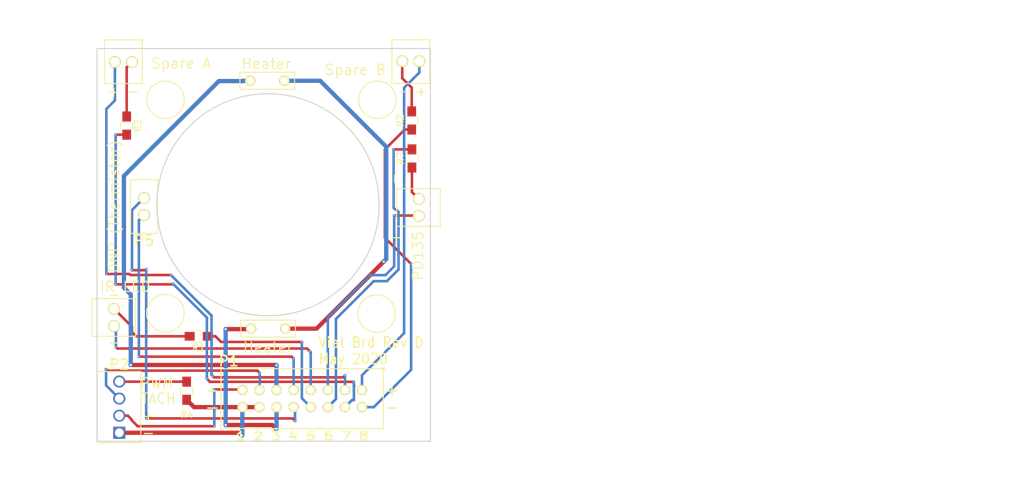
<source format=kicad_pcb>
(kicad_pcb (version 4) (host pcbnew 4.0.7)

  (general
    (links 23)
    (no_connects 23)
    (area 124.384999 49.454999 174.065001 108.025001)
    (thickness 1.6)
    (drawings 36)
    (tracks 184)
    (zones 0)
    (modules 18)
    (nets 22)
  )

  (page A4)
  (layers
    (0 F.Cu signal)
    (31 B.Cu signal)
    (32 B.Adhes user hide)
    (33 F.Adhes user)
    (34 B.Paste user hide)
    (35 F.Paste user hide)
    (36 B.SilkS user hide)
    (37 F.SilkS user)
    (38 B.Mask user hide)
    (39 F.Mask user hide)
    (40 Dwgs.User user)
    (41 Cmts.User user hide)
    (42 Eco1.User user hide)
    (43 Eco2.User user hide)
    (44 Edge.Cuts user)
    (45 Margin user hide)
    (46 B.CrtYd user hide)
    (47 F.CrtYd user hide)
    (48 B.Fab user hide)
    (49 F.Fab user hide)
  )

  (setup
    (last_trace_width 0.381)
    (user_trace_width 0.381)
    (user_trace_width 0.635)
    (trace_clearance 0.254)
    (zone_clearance 0.508)
    (zone_45_only no)
    (trace_min 0.2032)
    (segment_width 0.2)
    (edge_width 0.15)
    (via_size 0.381)
    (via_drill 0.1524)
    (via_min_size 0.381)
    (via_min_drill 0.1524)
    (user_via 0.4064 0.1524)
    (user_via 0.635 0.3048)
    (user_via 3.81 3.199994)
    (uvia_size 0.3)
    (uvia_drill 0.1)
    (uvias_allowed no)
    (uvia_min_size 0)
    (uvia_min_drill 0)
    (pcb_text_width 0.1778)
    (pcb_text_size 1.524 1.524)
    (mod_edge_width 0.15)
    (mod_text_size 1.524 1.524)
    (mod_text_width 0.1778)
    (pad_size 3.199994 3.199994)
    (pad_drill 3.199994)
    (pad_to_mask_clearance 0.2)
    (aux_axis_origin 127 107.95)
    (visible_elements FFFFFF6B)
    (pcbplotparams
      (layerselection 0x001e0_80000001)
      (usegerberextensions false)
      (excludeedgelayer false)
      (linewidth 0.100000)
      (plotframeref true)
      (viasonmask false)
      (mode 1)
      (useauxorigin false)
      (hpglpennumber 1)
      (hpglpenspeed 20)
      (hpglpendiameter 15)
      (hpglpenoverlay 2)
      (psnegative false)
      (psa4output false)
      (plotreference false)
      (plotvalue true)
      (plotinvisibletext false)
      (padsonsilk false)
      (subtractmaskfromsilk false)
      (outputformat 1)
      (mirror false)
      (drillshape 0)
      (scaleselection 1)
      (outputdirectory gerbers/))
  )

  (net 0 "")
  (net 1 /SPA+)
  (net 2 /SPB+)
  (net 3 /PD+)
  (net 4 /LED+)
  (net 5 /TS+)
  (net 6 /HTR+)
  (net 7 /FAN+)
  (net 8 /SPA-)
  (net 9 /SPB-)
  (net 10 /PD-)
  (net 11 /LED-)
  (net 12 /TS-)
  (net 13 /HTR-)
  (net 14 /FAN-)
  (net 15 "Net-(R5-Pad2)")
  (net 16 /FS+)
  (net 17 /PWM)
  (net 18 "Net-(P7-Pad2)")
  (net 19 "Net-(P9-Pad2)")
  (net 20 "Net-(P6-Pad2)")
  (net 21 "Net-(P8-Pad2)")

  (net_class Default "This is the default net class."
    (clearance 0.254)
    (trace_width 0.2032)
    (via_dia 0.381)
    (via_drill 0.1524)
    (uvia_dia 0.3)
    (uvia_drill 0.1)
    (add_net /FAN+)
    (add_net /FAN-)
    (add_net /FS+)
    (add_net /HTR+)
    (add_net /HTR-)
    (add_net /LED+)
    (add_net /LED-)
    (add_net /PD+)
    (add_net /PD-)
    (add_net /PWM)
    (add_net /SPA+)
    (add_net /SPA-)
    (add_net /SPB+)
    (add_net /SPB-)
    (add_net /TS+)
    (add_net /TS-)
    (add_net "Net-(P6-Pad2)")
    (add_net "Net-(P7-Pad2)")
    (add_net "Net-(P8-Pad2)")
    (add_net "Net-(P9-Pad2)")
    (add_net "Net-(R5-Pad2)")
  )

  (module mods:mounting_hole (layer F.Cu) (tedit 5AFD85F4) (tstamp 5AFD8584)
    (at 166.116 57.15)
    (fp_text reference REF** (at 6 2.5) (layer F.SilkS) hide
      (effects (font (size 1 1) (thickness 0.15)))
    )
    (fp_text value "mounting hole" (at 0.5 -3.5) (layer F.Fab) hide
      (effects (font (size 1 1) (thickness 0.15)))
    )
    (fp_circle (center 0 0) (end 0 -2.794) (layer F.SilkS) (width 0.15))
    (pad "" np_thru_hole circle (at 0 0) (size 3.199994 3.199994) (drill 3.199994) (layers *.Cu *.Mask F.SilkS))
  )

  (module mods:mounting_hole (layer F.Cu) (tedit 5AFD85F4) (tstamp 5AFD8580)
    (at 134.62 88.9)
    (fp_text reference REF** (at 6 2.5) (layer F.SilkS) hide
      (effects (font (size 1 1) (thickness 0.15)))
    )
    (fp_text value "mounting hole" (at 0.5 -3.5) (layer F.Fab) hide
      (effects (font (size 1 1) (thickness 0.15)))
    )
    (fp_circle (center 0 0) (end 0 -2.794) (layer F.SilkS) (width 0.15))
    (pad "" np_thru_hole circle (at 0 0) (size 3.199994 3.199994) (drill 3.199994) (layers *.Cu *.Mask F.SilkS))
  )

  (module mods:mounting_hole (layer F.Cu) (tedit 5AFD85F4) (tstamp 5AFD857C)
    (at 134.62 57.15)
    (fp_text reference REF** (at 6 2.5) (layer F.SilkS) hide
      (effects (font (size 1 1) (thickness 0.15)))
    )
    (fp_text value "mounting hole" (at 0.5 -3.5) (layer F.Fab) hide
      (effects (font (size 1 1) (thickness 0.15)))
    )
    (fp_circle (center 0 0) (end 0 -2.794) (layer F.SilkS) (width 0.15))
    (pad "" np_thru_hole circle (at 0 0) (size 3.199994 3.199994) (drill 3.199994) (layers *.Cu *.Mask F.SilkS))
  )

  (module mods:mounting_hole (layer F.Cu) (tedit 5AFD85F4) (tstamp 57A2155D)
    (at 165.999998 88.950013)
    (fp_text reference REF** (at 6 2.5) (layer F.SilkS) hide
      (effects (font (size 1 1) (thickness 0.15)))
    )
    (fp_text value "mounting hole" (at 0.5 -3.5) (layer F.Fab) hide
      (effects (font (size 1 1) (thickness 0.15)))
    )
    (fp_circle (center 0 0) (end 0 -2.794) (layer F.SilkS) (width 0.15))
    (pad "" np_thru_hole circle (at 0 0) (size 3.199994 3.199994) (drill 3.199994) (layers *.Cu *.Mask F.SilkS))
  )

  (module mods:2x8_pin_10in (layer F.Cu) (tedit 5B44D4E1) (tstamp 5AB1274C)
    (at 154.94 101.6 180)
    (path /5AB126F4)
    (fp_text reference P1 (at 10.922 5.588 180) (layer F.SilkS)
      (effects (font (thickness 0.254)))
    )
    (fp_text value CONN_02X08 (at 0 -5.715 180) (layer F.Fab) hide
      (effects (font (thickness 0.1778)))
    )
    (fp_circle (center -12.065 4.445) (end -11.938 4.318) (layer F.SilkS) (width 0.254))
    (fp_line (start -12.065 4.445) (end 12.065 4.445) (layer F.SilkS) (width 0.15))
    (fp_line (start 12.065 -4.445) (end -12.065 -4.445) (layer F.SilkS) (width 0.15))
    (fp_line (start 12.065 4.445) (end 12.065 -4.445) (layer F.SilkS) (width 0.15))
    (fp_line (start -12.065 -4.445) (end -12.065 4.445) (layer F.SilkS) (width 0.15))
    (pad 1 thru_hole circle (at -8.89 1.27 180) (size 1.524 1.524) (drill 1.016) (layers *.Cu *.Mask F.SilkS)
      (net 2 /SPB+))
    (pad 3 thru_hole circle (at -6.35 1.27 180) (size 1.524 1.524) (drill 1.016) (layers *.Cu *.Mask F.SilkS)
      (net 1 /SPA+))
    (pad 5 thru_hole circle (at -3.81 1.27 180) (size 1.524 1.524) (drill 1.016) (layers *.Cu *.Mask F.SilkS)
      (net 3 /PD+))
    (pad 7 thru_hole circle (at -1.27 1.27 180) (size 1.524 1.524) (drill 1.016) (layers *.Cu *.Mask F.SilkS)
      (net 4 /LED+))
    (pad 9 thru_hole circle (at 1.27 1.27 180) (size 1.524 1.524) (drill 1.016) (layers *.Cu *.Mask F.SilkS)
      (net 5 /TS+))
    (pad 11 thru_hole circle (at 3.81 1.27 180) (size 1.524 1.524) (drill 1.016) (layers *.Cu *.Mask F.SilkS)
      (net 6 /HTR+))
    (pad 13 thru_hole circle (at 6.35 1.27 180) (size 1.524 1.524) (drill 1.016) (layers *.Cu *.Mask F.SilkS)
      (net 16 /FS+))
    (pad 2 thru_hole circle (at -8.89 -1.27 180) (size 1.524 1.524) (drill 1.016) (layers *.Cu *.Mask F.SilkS)
      (net 9 /SPB-))
    (pad 4 thru_hole circle (at -6.35 -1.27 180) (size 1.524 1.524) (drill 1.016) (layers *.Cu *.Mask F.SilkS)
      (net 8 /SPA-))
    (pad 6 thru_hole circle (at -3.81 -1.27 180) (size 1.524 1.524) (drill 1.016) (layers *.Cu *.Mask F.SilkS)
      (net 10 /PD-))
    (pad 8 thru_hole circle (at -1.27 -1.27 180) (size 1.524 1.524) (drill 1.016) (layers *.Cu *.Mask F.SilkS)
      (net 11 /LED-))
    (pad 10 thru_hole circle (at 1.27 -1.27 180) (size 1.524 1.524) (drill 1.016) (layers *.Cu *.Mask F.SilkS)
      (net 12 /TS-))
    (pad 12 thru_hole circle (at 3.81 -1.27 180) (size 1.524 1.524) (drill 1.016) (layers *.Cu *.Mask F.SilkS)
      (net 13 /HTR-))
    (pad 14 thru_hole circle (at 6.35 -1.27 180) (size 1.524 1.524) (drill 1.016) (layers *.Cu *.Mask F.SilkS)
      (net 14 /FAN-))
    (pad 16 thru_hole circle (at 8.89 -1.27 180) (size 1.524 1.524) (drill 1.016) (layers *.Cu *.Mask F.SilkS)
      (net 14 /FAN-))
    (pad 15 thru_hole circle (at 8.89 1.27 180) (size 1.524 1.524) (drill 1.016) (layers *.Cu *.Mask F.SilkS)
      (net 7 /FAN+))
  )

  (module mods:Heater (layer F.Cu) (tedit 57A8A215) (tstamp 57A0FBDE)
    (at 149.751438 54.32265)
    (path /579FBD61)
    (fp_text reference R5 (at -5.715 0) (layer F.SilkS) hide
      (effects (font (thickness 0.1778)))
    )
    (fp_text value "Heater 1" (at 0 -3.175) (layer F.Fab) hide
      (effects (font (thickness 0.1778)))
    )
    (fp_line (start -4.064 1.27) (end 4.064 1.27) (layer F.SilkS) (width 0.15))
    (fp_line (start 4.064 -1.27) (end -4.064 -1.27) (layer F.SilkS) (width 0.15))
    (fp_line (start -4.064 -1.27) (end -4.064 1.27) (layer F.SilkS) (width 0.15))
    (fp_line (start 4.064 1.27) (end 4.064 -1.27) (layer F.SilkS) (width 0.15))
    (pad 1 thru_hole circle (at -2.54 0) (size 1.524 1.524) (drill 1.016) (layers *.Cu *.Mask F.SilkS)
      (net 6 /HTR+))
    (pad 2 thru_hole circle (at 2.54 0) (size 1.524 1.524) (drill 1.016) (layers *.Cu *.Mask F.SilkS)
      (net 15 "Net-(R5-Pad2)"))
  )

  (module mods:Heater (layer F.Cu) (tedit 57A2071D) (tstamp 57A0FBE8)
    (at 149.880676 91.19362 180)
    (path /579FBD90)
    (fp_text reference R6 (at 5.715 0.635 180) (layer F.SilkS) hide
      (effects (font (thickness 0.1778)))
    )
    (fp_text value "Heater 2" (at 0 -3.175 180) (layer F.Fab) hide
      (effects (font (thickness 0.1778)))
    )
    (fp_line (start -4.064 1.27) (end 4.064 1.27) (layer F.SilkS) (width 0.15))
    (fp_line (start 4.064 -1.27) (end -4.064 -1.27) (layer F.SilkS) (width 0.15))
    (fp_line (start -4.064 -1.27) (end -4.064 1.27) (layer F.SilkS) (width 0.15))
    (fp_line (start 4.064 1.27) (end 4.064 -1.27) (layer F.SilkS) (width 0.15))
    (pad 1 thru_hole circle (at -2.54 0 180) (size 1.524 1.524) (drill 1.016) (layers *.Cu *.Mask F.SilkS)
      (net 15 "Net-(R5-Pad2)"))
    (pad 2 thru_hole circle (at 2.54 0 180) (size 1.524 1.524) (drill 1.016) (layers *.Cu *.Mask F.SilkS)
      (net 13 /HTR-))
  )

  (module mods:screw_terminal (layer F.Cu) (tedit 57A897E3) (tstamp 57A0FBA4)
    (at 128.38 51.535)
    (path /579FC744)
    (fp_text reference P9 (at 0 5) (layer F.SilkS) hide
      (effects (font (thickness 0.1778)))
    )
    (fp_text value "Spare A" (at 8.56 0.195 180) (layer F.SilkS)
      (effects (font (thickness 0.1778)))
    )
    (fp_line (start 2.8 3.2) (end 2.8 -3.3) (layer F.SilkS) (width 0.15))
    (fp_line (start -2.8 3.2) (end 2.8 3.2) (layer F.SilkS) (width 0.15))
    (fp_line (start -2.8 -3.3) (end -2.8 3.2) (layer F.SilkS) (width 0.15))
    (fp_line (start 2.8 -3.3) (end -2.8 -3.3) (layer F.SilkS) (width 0.15))
    (pad 1 thru_hole circle (at -1.27 0) (size 1.75 1.75) (drill 1.3) (layers *.Cu *.Mask F.SilkS)
      (net 1 /SPA+))
    (pad 2 thru_hole circle (at 1.27 0) (size 1.75 1.75) (drill 1.3) (layers *.Cu *.Mask F.SilkS)
      (net 19 "Net-(P9-Pad2)"))
  )

  (module mods:screw_terminal (layer F.Cu) (tedit 57A897E3) (tstamp 57A0FB9A)
    (at 171.08 51.42 180)
    (path /579FC5D8)
    (fp_text reference P8 (at 0 5 180) (layer F.SilkS) hide
      (effects (font (thickness 0.1778)))
    )
    (fp_text value "Spare B" (at 8.255 -1.27 360) (layer F.SilkS)
      (effects (font (thickness 0.1778)))
    )
    (fp_line (start 2.8 3.2) (end 2.8 -3.3) (layer F.SilkS) (width 0.15))
    (fp_line (start -2.8 3.2) (end 2.8 3.2) (layer F.SilkS) (width 0.15))
    (fp_line (start -2.8 -3.3) (end -2.8 3.2) (layer F.SilkS) (width 0.15))
    (fp_line (start 2.8 -3.3) (end -2.8 -3.3) (layer F.SilkS) (width 0.15))
    (pad 1 thru_hole circle (at -1.27 0 180) (size 1.75 1.75) (drill 1.3) (layers *.Cu *.Mask F.SilkS)
      (net 2 /SPB+))
    (pad 2 thru_hole circle (at 1.27 0 180) (size 1.75 1.75) (drill 1.3) (layers *.Cu *.Mask F.SilkS)
      (net 21 "Net-(P8-Pad2)"))
  )

  (module mods:screw_terminal (layer F.Cu) (tedit 5EC9E469) (tstamp 57A0FB90)
    (at 172.27 73.17 90)
    (path /579FC369)
    (fp_text reference P7 (at 0 5 90) (layer F.SilkS) hide
      (effects (font (thickness 0.1778)))
    )
    (fp_text value PD135 (at -7.19 -0.12 90) (layer F.SilkS)
      (effects (font (thickness 0.1778)))
    )
    (fp_line (start 2.8 3.2) (end 2.8 -3.3) (layer F.SilkS) (width 0.15))
    (fp_line (start -2.8 3.2) (end 2.8 3.2) (layer F.SilkS) (width 0.15))
    (fp_line (start -2.8 -3.3) (end -2.8 3.2) (layer F.SilkS) (width 0.15))
    (fp_line (start 2.8 -3.3) (end -2.8 -3.3) (layer F.SilkS) (width 0.15))
    (pad 1 thru_hole circle (at -1.27 0 90) (size 1.75 1.75) (drill 1.3) (layers *.Cu *.Mask F.SilkS)
      (net 3 /PD+))
    (pad 2 thru_hole circle (at 1.27 0 90) (size 1.75 1.75) (drill 1.3) (layers *.Cu *.Mask F.SilkS)
      (net 18 "Net-(P7-Pad2)"))
  )

  (module mods:screw_terminal (layer F.Cu) (tedit 5B44D0A4) (tstamp 57A0FB86)
    (at 127 89.535 90)
    (path /579FBF70)
    (fp_text reference P6 (at 0 5 90) (layer F.SilkS) hide
      (effects (font (thickness 0.1778)))
    )
    (fp_text value "IR LED" (at 4.572 1.651 180) (layer F.SilkS)
      (effects (font (thickness 0.1778)))
    )
    (fp_line (start 2.8 3.2) (end 2.8 -3.3) (layer F.SilkS) (width 0.15))
    (fp_line (start -2.8 3.2) (end 2.8 3.2) (layer F.SilkS) (width 0.15))
    (fp_line (start -2.8 -3.3) (end -2.8 3.2) (layer F.SilkS) (width 0.15))
    (fp_line (start 2.8 -3.3) (end -2.8 -3.3) (layer F.SilkS) (width 0.15))
    (pad 1 thru_hole circle (at -1.27 0 90) (size 1.75 1.75) (drill 1.3) (layers *.Cu *.Mask F.SilkS)
      (net 4 /LED+))
    (pad 2 thru_hole circle (at 1.27 0 90) (size 1.75 1.75) (drill 1.3) (layers *.Cu *.Mask F.SilkS)
      (net 20 "Net-(P6-Pad2)"))
  )

  (module mods:4_ScrewTerm (layer F.Cu) (tedit 5B44D4D8) (tstamp 5AFD8DA7)
    (at 127.762 102.87 90)
    (path /5AFD88BE)
    (fp_text reference P2 (at 6.35 0 180) (layer F.SilkS)
      (effects (font (thickness 0.254)))
    )
    (fp_text value CONN_01X04 (at 0 -4.5 90) (layer F.Fab)
      (effects (font (size 1 1) (thickness 0.15)))
    )
    (fp_line (start -5.3 3.2) (end 5.3 3.2) (layer F.SilkS) (width 0.15))
    (fp_line (start 5.3 -3.3) (end 5.3 3.2) (layer F.SilkS) (width 0.15))
    (fp_line (start -5.3 -3.3) (end 5.3 -3.3) (layer F.SilkS) (width 0.15))
    (fp_line (start -5.3 -3.3) (end -5.3 3.2) (layer F.SilkS) (width 0.15))
    (pad 1 thru_hole rect (at -3.81 0 90) (size 1.8 1.8) (drill 1.3) (layers *.Cu *.Mask)
      (net 14 /FAN-))
    (pad 2 thru_hole circle (at -1.27 0 90) (size 1.8 1.8) (drill 1.3) (layers *.Cu *.Mask)
      (net 7 /FAN+))
    (pad 3 thru_hole circle (at 1.27 0 90) (size 1.8 1.8) (drill 1.3) (layers *.Cu *.Mask)
      (net 16 /FS+))
    (pad 4 thru_hole circle (at 3.81 0 90) (size 1.8 1.8) (drill 1.3) (layers *.Cu *.Mask)
      (net 17 /PWM))
  )

  (module mods:Thermistor (layer F.Cu) (tedit 5B44D4D2) (tstamp 57A2052D)
    (at 131.445 73.025 90)
    (path /579FBEBD)
    (fp_text reference P5 (at -5.08 0 180) (layer F.SilkS)
      (effects (font (thickness 0.254)))
    )
    (fp_text value "DNP (Thermistor)" (at -0.035 -4.455 90) (layer F.SilkS)
      (effects (font (thickness 0.1778)))
    )
    (fp_line (start 4 -2) (end -4 -2) (layer F.SilkS) (width 0.15))
    (fp_line (start 4 2) (end 4 -2) (layer F.SilkS) (width 0.15))
    (fp_line (start -4 2) (end 4 2) (layer F.SilkS) (width 0.15))
    (fp_line (start -4 -2) (end -4 2) (layer F.SilkS) (width 0.15))
    (pad 1 thru_hole circle (at -1.27 0 90) (size 1.75 1.75) (drill 1.3) (layers *.Cu *.Mask F.SilkS)
      (net 5 /TS+))
    (pad 2 thru_hole circle (at 1.27 0 90) (size 1.75 1.75) (drill 1.3) (layers *.Cu *.Mask F.SilkS)
      (net 12 /TS-))
  )

  (module Resistors_SMD:R_0805_HandSoldering (layer F.Cu) (tedit 58E0A804) (tstamp 5EC9E356)
    (at 171.22 60.23 90)
    (descr "Resistor SMD 0805, hand soldering")
    (tags "resistor 0805")
    (path /5EC9E6A7)
    (attr smd)
    (fp_text reference R2 (at 0 -1.7 90) (layer F.SilkS)
      (effects (font (size 1 1) (thickness 0.15)))
    )
    (fp_text value 82 (at 0 1.75 90) (layer F.Fab)
      (effects (font (size 1 1) (thickness 0.15)))
    )
    (fp_text user %R (at 0 0 90) (layer F.Fab)
      (effects (font (size 0.5 0.5) (thickness 0.075)))
    )
    (fp_line (start -1 0.62) (end -1 -0.62) (layer F.Fab) (width 0.1))
    (fp_line (start 1 0.62) (end -1 0.62) (layer F.Fab) (width 0.1))
    (fp_line (start 1 -0.62) (end 1 0.62) (layer F.Fab) (width 0.1))
    (fp_line (start -1 -0.62) (end 1 -0.62) (layer F.Fab) (width 0.1))
    (fp_line (start 0.6 0.88) (end -0.6 0.88) (layer F.SilkS) (width 0.12))
    (fp_line (start -0.6 -0.88) (end 0.6 -0.88) (layer F.SilkS) (width 0.12))
    (fp_line (start -2.35 -0.9) (end 2.35 -0.9) (layer F.CrtYd) (width 0.05))
    (fp_line (start -2.35 -0.9) (end -2.35 0.9) (layer F.CrtYd) (width 0.05))
    (fp_line (start 2.35 0.9) (end 2.35 -0.9) (layer F.CrtYd) (width 0.05))
    (fp_line (start 2.35 0.9) (end -2.35 0.9) (layer F.CrtYd) (width 0.05))
    (pad 1 smd rect (at -1.35 0 90) (size 1.5 1.3) (layers F.Cu F.Paste F.Mask)
      (net 9 /SPB-))
    (pad 2 smd rect (at 1.35 0 90) (size 1.5 1.3) (layers F.Cu F.Paste F.Mask)
      (net 21 "Net-(P8-Pad2)"))
    (model ${KISYS3DMOD}/Resistors_SMD.3dshapes/R_0805.wrl
      (at (xyz 0 0 0))
      (scale (xyz 1 1 1))
      (rotate (xyz 0 0 0))
    )
  )

  (module Resistors_SMD:R_0805_HandSoldering (layer F.Cu) (tedit 58E0A804) (tstamp 5EC9E36D)
    (at 139.57 92.33 180)
    (descr "Resistor SMD 0805, hand soldering")
    (tags "resistor 0805")
    (path /579FC0BA)
    (attr smd)
    (fp_text reference R1 (at 0 -1.7 180) (layer F.SilkS)
      (effects (font (size 1 1) (thickness 0.15)))
    )
    (fp_text value 82 (at 0 1.75 180) (layer F.Fab)
      (effects (font (size 1 1) (thickness 0.15)))
    )
    (fp_text user %R (at 0 0 180) (layer F.Fab)
      (effects (font (size 0.5 0.5) (thickness 0.075)))
    )
    (fp_line (start -1 0.62) (end -1 -0.62) (layer F.Fab) (width 0.1))
    (fp_line (start 1 0.62) (end -1 0.62) (layer F.Fab) (width 0.1))
    (fp_line (start 1 -0.62) (end 1 0.62) (layer F.Fab) (width 0.1))
    (fp_line (start -1 -0.62) (end 1 -0.62) (layer F.Fab) (width 0.1))
    (fp_line (start 0.6 0.88) (end -0.6 0.88) (layer F.SilkS) (width 0.12))
    (fp_line (start -0.6 -0.88) (end 0.6 -0.88) (layer F.SilkS) (width 0.12))
    (fp_line (start -2.35 -0.9) (end 2.35 -0.9) (layer F.CrtYd) (width 0.05))
    (fp_line (start -2.35 -0.9) (end -2.35 0.9) (layer F.CrtYd) (width 0.05))
    (fp_line (start 2.35 0.9) (end 2.35 -0.9) (layer F.CrtYd) (width 0.05))
    (fp_line (start 2.35 0.9) (end -2.35 0.9) (layer F.CrtYd) (width 0.05))
    (pad 1 smd rect (at -1.35 0 180) (size 1.5 1.3) (layers F.Cu F.Paste F.Mask)
      (net 11 /LED-))
    (pad 2 smd rect (at 1.35 0 180) (size 1.5 1.3) (layers F.Cu F.Paste F.Mask)
      (net 20 "Net-(P6-Pad2)"))
    (model ${KISYS3DMOD}/Resistors_SMD.3dshapes/R_0805.wrl
      (at (xyz 0 0 0))
      (scale (xyz 1 1 1))
      (rotate (xyz 0 0 0))
    )
  )

  (module Resistors_SMD:R_0805_HandSoldering (layer F.Cu) (tedit 58E0A804) (tstamp 5EC9E372)
    (at 128.86 60.99 270)
    (descr "Resistor SMD 0805, hand soldering")
    (tags "resistor 0805")
    (path /5AB124F0)
    (attr smd)
    (fp_text reference R3 (at 0 -1.7 270) (layer F.SilkS)
      (effects (font (size 1 1) (thickness 0.15)))
    )
    (fp_text value 82 (at 0 1.75 270) (layer F.Fab)
      (effects (font (size 1 1) (thickness 0.15)))
    )
    (fp_text user %R (at 0 0 270) (layer F.Fab)
      (effects (font (size 0.5 0.5) (thickness 0.075)))
    )
    (fp_line (start -1 0.62) (end -1 -0.62) (layer F.Fab) (width 0.1))
    (fp_line (start 1 0.62) (end -1 0.62) (layer F.Fab) (width 0.1))
    (fp_line (start 1 -0.62) (end 1 0.62) (layer F.Fab) (width 0.1))
    (fp_line (start -1 -0.62) (end 1 -0.62) (layer F.Fab) (width 0.1))
    (fp_line (start 0.6 0.88) (end -0.6 0.88) (layer F.SilkS) (width 0.12))
    (fp_line (start -0.6 -0.88) (end 0.6 -0.88) (layer F.SilkS) (width 0.12))
    (fp_line (start -2.35 -0.9) (end 2.35 -0.9) (layer F.CrtYd) (width 0.05))
    (fp_line (start -2.35 -0.9) (end -2.35 0.9) (layer F.CrtYd) (width 0.05))
    (fp_line (start 2.35 0.9) (end 2.35 -0.9) (layer F.CrtYd) (width 0.05))
    (fp_line (start 2.35 0.9) (end -2.35 0.9) (layer F.CrtYd) (width 0.05))
    (pad 1 smd rect (at -1.35 0 270) (size 1.5 1.3) (layers F.Cu F.Paste F.Mask)
      (net 19 "Net-(P9-Pad2)"))
    (pad 2 smd rect (at 1.35 0 270) (size 1.5 1.3) (layers F.Cu F.Paste F.Mask)
      (net 8 /SPA-))
    (model ${KISYS3DMOD}/Resistors_SMD.3dshapes/R_0805.wrl
      (at (xyz 0 0 0))
      (scale (xyz 1 1 1))
      (rotate (xyz 0 0 0))
    )
  )

  (module Resistors_SMD:R_0805_HandSoldering (layer F.Cu) (tedit 58E0A804) (tstamp 5EC9E377)
    (at 137.77 100.43 270)
    (descr "Resistor SMD 0805, hand soldering")
    (tags "resistor 0805")
    (path /5B02DF48)
    (attr smd)
    (fp_text reference R4 (at 3.55 -0.07 360) (layer F.SilkS)
      (effects (font (size 1 1) (thickness 0.15)))
    )
    (fp_text value R (at 0 1.75 270) (layer F.Fab)
      (effects (font (size 1 1) (thickness 0.15)))
    )
    (fp_text user %R (at 0 0 270) (layer F.Fab)
      (effects (font (size 0.5 0.5) (thickness 0.075)))
    )
    (fp_line (start -1 0.62) (end -1 -0.62) (layer F.Fab) (width 0.1))
    (fp_line (start 1 0.62) (end -1 0.62) (layer F.Fab) (width 0.1))
    (fp_line (start 1 -0.62) (end 1 0.62) (layer F.Fab) (width 0.1))
    (fp_line (start -1 -0.62) (end 1 -0.62) (layer F.Fab) (width 0.1))
    (fp_line (start 0.6 0.88) (end -0.6 0.88) (layer F.SilkS) (width 0.12))
    (fp_line (start -0.6 -0.88) (end 0.6 -0.88) (layer F.SilkS) (width 0.12))
    (fp_line (start -2.35 -0.9) (end 2.35 -0.9) (layer F.CrtYd) (width 0.05))
    (fp_line (start -2.35 -0.9) (end -2.35 0.9) (layer F.CrtYd) (width 0.05))
    (fp_line (start 2.35 0.9) (end 2.35 -0.9) (layer F.CrtYd) (width 0.05))
    (fp_line (start 2.35 0.9) (end -2.35 0.9) (layer F.CrtYd) (width 0.05))
    (pad 1 smd rect (at -1.35 0 270) (size 1.5 1.3) (layers F.Cu F.Paste F.Mask)
      (net 17 /PWM))
    (pad 2 smd rect (at 1.35 0 270) (size 1.5 1.3) (layers F.Cu F.Paste F.Mask)
      (net 14 /FAN-))
    (model ${KISYS3DMOD}/Resistors_SMD.3dshapes/R_0805.wrl
      (at (xyz 0 0 0))
      (scale (xyz 1 1 1))
      (rotate (xyz 0 0 0))
    )
  )

  (module Resistors_SMD:R_0805_HandSoldering (layer F.Cu) (tedit 58E0A804) (tstamp 5EC9E37C)
    (at 171.25 65.88 90)
    (descr "Resistor SMD 0805, hand soldering")
    (tags "resistor 0805")
    (path /5B30EBE2)
    (attr smd)
    (fp_text reference R7 (at 0 -1.7 90) (layer F.SilkS)
      (effects (font (size 1 1) (thickness 0.15)))
    )
    (fp_text value 82 (at 0 1.75 90) (layer F.Fab)
      (effects (font (size 1 1) (thickness 0.15)))
    )
    (fp_text user %R (at 0 0 90) (layer F.Fab)
      (effects (font (size 0.5 0.5) (thickness 0.075)))
    )
    (fp_line (start -1 0.62) (end -1 -0.62) (layer F.Fab) (width 0.1))
    (fp_line (start 1 0.62) (end -1 0.62) (layer F.Fab) (width 0.1))
    (fp_line (start 1 -0.62) (end 1 0.62) (layer F.Fab) (width 0.1))
    (fp_line (start -1 -0.62) (end 1 -0.62) (layer F.Fab) (width 0.1))
    (fp_line (start 0.6 0.88) (end -0.6 0.88) (layer F.SilkS) (width 0.12))
    (fp_line (start -0.6 -0.88) (end 0.6 -0.88) (layer F.SilkS) (width 0.12))
    (fp_line (start -2.35 -0.9) (end 2.35 -0.9) (layer F.CrtYd) (width 0.05))
    (fp_line (start -2.35 -0.9) (end -2.35 0.9) (layer F.CrtYd) (width 0.05))
    (fp_line (start 2.35 0.9) (end 2.35 -0.9) (layer F.CrtYd) (width 0.05))
    (fp_line (start 2.35 0.9) (end -2.35 0.9) (layer F.CrtYd) (width 0.05))
    (pad 1 smd rect (at -1.35 0 90) (size 1.5 1.3) (layers F.Cu F.Paste F.Mask)
      (net 18 "Net-(P7-Pad2)"))
    (pad 2 smd rect (at 1.35 0 90) (size 1.5 1.3) (layers F.Cu F.Paste F.Mask)
      (net 10 /PD-))
    (model ${KISYS3DMOD}/Resistors_SMD.3dshapes/R_0805.wrl
      (at (xyz 0 0 0))
      (scale (xyz 1 1 1))
      (rotate (xyz 0 0 0))
    )
  )

  (gr_text - (at 141.605 102.87) (layer F.SilkS) (tstamp 5B44CFFE)
    (effects (font (size 1.778 1.778) (thickness 0.2159)))
  )
  (gr_text + (at 141.605 100.33) (layer F.SilkS) (tstamp 5B44CFF5)
    (effects (font (size 1.778 1.778) (thickness 0.2159)))
  )
  (gr_text + (at 127.05 56.05 270) (layer F.SilkS)
    (effects (font (thickness 0.1778)))
  )
  (gr_text TACH (at 133.604 101.6) (layer F.SilkS) (tstamp 5B02E4BA)
    (effects (font (size 1.524 1.397) (thickness 0.1778)))
  )
  (gr_text + (at 132.08 104.14) (layer F.SilkS)
    (effects (font (thickness 0.1778)))
  )
  (gr_text PWM (at 133.35 99.314) (layer F.SilkS)
    (effects (font (thickness 0.1778)))
  )
  (gr_text "Vial Brd Rev D\nMay 2020" (at 157.22 94.48) (layer F.SilkS)
    (effects (font (size 1.524 1.397) (thickness 0.2159)) (justify left))
  )
  (gr_text "1 2 3 4 5 6 7 8" (at 154.94 107.188) (layer F.SilkS)
    (effects (font (size 1.27 1.524) (thickness 0.254)))
  )
  (dimension 35.179 (width 0.1778) (layer Dwgs.User)
    (gr_text "1.3850 in" (at 116.3574 90.3605 90) (layer Dwgs.User) (tstamp 5B5B5E90)
      (effects (font (thickness 0.1778)))
    )
    (feature1 (pts (xy 149.86 72.771) (xy 115.2398 72.771)))
    (feature2 (pts (xy 149.86 107.95) (xy 115.2398 107.95)))
    (crossbar (pts (xy 117.475 107.95) (xy 117.475 72.771)))
    (arrow1a (pts (xy 117.475 72.771) (xy 118.061421 73.897504)))
    (arrow1b (pts (xy 117.475 72.771) (xy 116.888579 73.897504)))
    (arrow2a (pts (xy 117.475 107.95) (xy 118.061421 106.823496)))
    (arrow2b (pts (xy 117.475 107.95) (xy 116.888579 106.823496)))
  )
  (dimension 25.4 (width 0.1778) (layer Dwgs.User)
    (gr_text "1.0000 in" (at 137.16 116.6876) (layer Dwgs.User) (tstamp 5B5B5E92)
      (effects (font (thickness 0.1778)))
    )
    (feature1 (pts (xy 124.46 72.39) (xy 124.46 117.8052)))
    (feature2 (pts (xy 149.86 72.39) (xy 149.86 117.8052)))
    (crossbar (pts (xy 149.86 115.57) (xy 124.46 115.57)))
    (arrow1a (pts (xy 124.46 115.57) (xy 125.586504 114.983579)))
    (arrow1b (pts (xy 124.46 115.57) (xy 125.586504 116.156421)))
    (arrow2a (pts (xy 149.86 115.57) (xy 148.733496 114.983579)))
    (arrow2b (pts (xy 149.86 115.57) (xy 148.733496 116.156421)))
  )
  (gr_line (start 149.86 72.771) (end 146.939 72.771) (angle 90) (layer Dwgs.User) (width 0.2))
  (gr_line (start 149.86 72.771) (end 149.86 75.946) (angle 90) (layer Dwgs.User) (width 0.2))
  (gr_line (start 149.86 72.771) (end 153.289 72.771) (angle 90) (layer Dwgs.User) (width 0.2))
  (gr_line (start 149.86 72.771) (end 149.86 68.707) (angle 90) (layer Dwgs.User) (width 0.2))
  (dimension 33.005245 (width 0.1778) (layer Dwgs.User)
    (gr_text "1.300 in" (at 136.624856 58.360886 42.56732842) (layer Dwgs.User) (tstamp 5B5B5E87)
      (effects (font (thickness 0.1778)))
    )
    (feature1 (pts (xy 162.306 61.9252) (xy 148.022749 46.374493)))
    (feature2 (pts (xy 137.9982 84.2518) (xy 123.714949 68.701093)))
    (crossbar (pts (xy 125.226964 70.34728) (xy 149.534764 48.02068)))
    (arrow1a (pts (xy 149.534764 48.02068) (xy 149.101801 49.214599)))
    (arrow1b (pts (xy 149.534764 48.02068) (xy 148.308425 48.350821)))
    (arrow2a (pts (xy 125.226964 70.34728) (xy 126.453303 70.017139)))
    (arrow2b (pts (xy 125.226964 70.34728) (xy 125.659927 69.153361)))
  )
  (gr_text - (at 168.275 102.87) (layer F.SilkS)
    (effects (font (size 1.778 1.778) (thickness 0.2159)))
  )
  (gr_text + (at 168.275 100.33) (layer F.SilkS)
    (effects (font (size 1.778 1.778) (thickness 0.2159)))
  )
  (gr_text "CUT OUT" (at 149.86 62.865) (layer Dwgs.User)
    (effects (font (thickness 0.1778)))
  )
  (dimension 49.53 (width 0.1778) (layer Dwgs.User)
    (gr_text "1.9500 in" (at 149.225 44.0944) (layer Dwgs.User) (tstamp 5B5B5E8A)
      (effects (font (thickness 0.1778)))
    )
    (feature1 (pts (xy 173.99 49.53) (xy 173.99 42.9768)))
    (feature2 (pts (xy 124.46 49.53) (xy 124.46 42.9768)))
    (crossbar (pts (xy 124.46 45.212) (xy 173.99 45.212)))
    (arrow1a (pts (xy 173.99 45.212) (xy 172.863496 45.798421)))
    (arrow1b (pts (xy 173.99 45.212) (xy 172.863496 44.625579)))
    (arrow2a (pts (xy 124.46 45.212) (xy 125.586504 45.798421)))
    (arrow2b (pts (xy 124.46 45.212) (xy 125.586504 44.625579)))
  )
  (dimension 58.42 (width 0.1778) (layer Dwgs.User)
    (gr_text "2.3000 in" (at 179.5526 78.74 270) (layer Dwgs.User) (tstamp 5B5B5E8D)
      (effects (font (thickness 0.1778)))
    )
    (feature1 (pts (xy 173.99 107.95) (xy 180.6702 107.95)))
    (feature2 (pts (xy 173.99 49.53) (xy 180.6702 49.53)))
    (crossbar (pts (xy 178.435 49.53) (xy 178.435 107.95)))
    (arrow1a (pts (xy 178.435 107.95) (xy 177.848579 106.823496)))
    (arrow1b (pts (xy 178.435 107.95) (xy 179.021421 106.823496)))
    (arrow2a (pts (xy 178.435 49.53) (xy 177.848579 50.656504)))
    (arrow2b (pts (xy 178.435 49.53) (xy 179.021421 50.656504)))
  )
  (gr_text "BOSTON UNIVERSITY EDF\neVOLVER System\n\nP/N EV-Vial Rev C\n1 oz copper\n2 Layers FR-4\n0.063 final thickness\nsoldermask both sides (BLACK) <<-- NOTE:  Black Solder Mask !!\n1.300\" cut-out @ (1.000\", 1.3850\") <<-- NOTE:  Cutout !!\nsilkscreen legend top only (white)" (at 182.88 59.69) (layer Dwgs.User)
    (effects (font (thickness 0.1778)) (justify left))
  )
  (gr_text + (at 172.62 56.078 180) (layer F.SilkS)
    (effects (font (thickness 0.1778)))
  )
  (gr_text - (at 168.8 68.9 270) (layer F.SilkS)
    (effects (font (thickness 0.1778)))
  )
  (gr_text + (at 168.8 77.67 90) (layer F.SilkS)
    (effects (font (thickness 0.1778)))
  )
  (gr_text - (at 170.08 56.078 180) (layer F.SilkS)
    (effects (font (thickness 0.1778)))
  )
  (gr_text - (at 129.76 56.13 180) (layer F.SilkS)
    (effects (font (thickness 0.1778)))
  )
  (gr_text - (at 127 86.106) (layer F.SilkS)
    (effects (font (thickness 0.1778)))
  )
  (gr_text + (at 127 93.218) (layer F.SilkS)
    (effects (font (thickness 0.1778)))
  )
  (gr_text - (at 132.08 106.68) (layer F.SilkS)
    (effects (font (thickness 0.1778)))
  )
  (gr_text Heater (at 149.606 51.816) (layer F.SilkS)
    (effects (font (thickness 0.1778)))
  )
  (gr_text Heater (at 149.86 93.98) (layer F.SilkS)
    (effects (font (thickness 0.1778)))
  )
  (gr_circle (center 149.86 72.76084) (end 133.35 72.76084) (layer Edge.Cuts) (width 0.15))
  (gr_line (start 124.46 107.95) (end 173.99 107.95) (angle 90) (layer Edge.Cuts) (width 0.15))
  (gr_line (start 124.46 49.53) (end 173.99 49.53) (angle 90) (layer Edge.Cuts) (width 0.15))
  (gr_line (start 173.99 49.53) (end 173.99 107.95) (angle 90) (layer Edge.Cuts) (width 0.15))
  (gr_line (start 124.46 49.53) (end 124.46 107.95) (angle 90) (layer Edge.Cuts) (width 0.15))

  (segment (start 161.3 98.17) (end 161.3 100.32) (width 0.381) (layer B.Cu) (net 1))
  (segment (start 161.3 100.32) (end 161.29 100.33) (width 0.381) (layer B.Cu) (net 1))
  (segment (start 141.63 98.23) (end 141.837701 98.437701) (width 0.381) (layer F.Cu) (net 1))
  (segment (start 141.837701 98.437701) (end 161.032299 98.437701) (width 0.381) (layer F.Cu) (net 1))
  (via (at 161.3 98.17) (size 0.4064) (drill 0.1524) (layers F.Cu B.Cu) (net 1))
  (segment (start 161.032299 98.437701) (end 161.3 98.17) (width 0.381) (layer F.Cu) (net 1))
  (segment (start 141.47 89.26) (end 141.47 98.07) (width 0.381) (layer B.Cu) (net 1))
  (via (at 141.63 98.23) (size 0.4064) (drill 0.1524) (layers F.Cu B.Cu) (net 1))
  (segment (start 141.47 98.07) (end 141.63 98.23) (width 0.381) (layer B.Cu) (net 1))
  (segment (start 135.43 83.22) (end 141.47 89.26) (width 0.381) (layer B.Cu) (net 1))
  (segment (start 125.84 83.06) (end 129.251402 83.06) (width 0.381) (layer F.Cu) (net 1))
  (segment (start 129.251402 83.06) (end 129.411402 83.22) (width 0.381) (layer F.Cu) (net 1))
  (segment (start 129.411402 83.22) (end 135.43 83.22) (width 0.381) (layer F.Cu) (net 1))
  (via (at 135.43 83.22) (size 0.4064) (drill 0.1524) (layers F.Cu B.Cu) (net 1))
  (segment (start 127.11 57.25) (end 125.84 58.52) (width 0.381) (layer B.Cu) (net 1))
  (via (at 125.84 83.06) (size 0.4064) (drill 0.1524) (layers F.Cu B.Cu) (net 1))
  (segment (start 125.84 58.52) (end 125.84 83.06) (width 0.381) (layer B.Cu) (net 1))
  (segment (start 127.11 51.535) (end 127.11 57.25) (width 0.381) (layer B.Cu) (net 1))
  (segment (start 170.09 55.36) (end 172.35 53.1) (width 0.381) (layer B.Cu) (net 2))
  (segment (start 172.35 53.1) (end 172.35 51.42) (width 0.381) (layer B.Cu) (net 2))
  (segment (start 170.09 91.87) (end 170.09 55.36) (width 0.381) (layer B.Cu) (net 2))
  (segment (start 163.83 98.13) (end 170.09 91.87) (width 0.381) (layer B.Cu) (net 2))
  (segment (start 163.83 100.33) (end 163.83 98.13) (width 0.381) (layer B.Cu) (net 2))
  (segment (start 168.61 74.37) (end 172.2 74.37) (width 0.381) (layer F.Cu) (net 3))
  (segment (start 172.2 74.37) (end 172.27 74.44) (width 0.381) (layer F.Cu) (net 3))
  (segment (start 167.3 83.24) (end 168.61 81.93) (width 0.381) (layer B.Cu) (net 3))
  (segment (start 168.61 81.93) (end 168.61 74.37) (width 0.381) (layer B.Cu) (net 3))
  (via (at 168.61 74.37) (size 0.4064) (drill 0.1524) (layers F.Cu B.Cu) (net 3))
  (segment (start 158.75 89.52) (end 165.03 83.24) (width 0.381) (layer B.Cu) (net 3))
  (segment (start 165.03 83.24) (end 167.3 83.24) (width 0.381) (layer B.Cu) (net 3))
  (segment (start 158.75 100.33) (end 158.75 89.52) (width 0.381) (layer B.Cu) (net 3))
  (segment (start 127.26 93.94) (end 127.26 91.065) (width 0.381) (layer B.Cu) (net 4))
  (segment (start 127.26 91.065) (end 127 90.805) (width 0.381) (layer B.Cu) (net 4))
  (segment (start 142.23 94.15) (end 127.47 94.15) (width 0.381) (layer F.Cu) (net 4))
  (segment (start 127.47 94.15) (end 127.26 93.94) (width 0.381) (layer F.Cu) (net 4))
  (via (at 127.26 93.94) (size 0.4064) (drill 0.1524) (layers F.Cu B.Cu) (net 4))
  (segment (start 155.66 94.15) (end 142.23 94.15) (width 0.381) (layer F.Cu) (net 4))
  (segment (start 156.08 94.57) (end 155.66 94.15) (width 0.381) (layer F.Cu) (net 4))
  (segment (start 156.21 100.33) (end 156.21 94.7) (width 0.381) (layer B.Cu) (net 4))
  (segment (start 156.21 94.7) (end 156.08 94.57) (width 0.381) (layer B.Cu) (net 4))
  (via (at 156.08 94.57) (size 0.4064) (drill 0.1524) (layers F.Cu B.Cu) (net 4))
  (segment (start 130.67 95.36) (end 130.67 75.07) (width 0.381) (layer B.Cu) (net 5))
  (segment (start 130.67 75.07) (end 131.445 74.295) (width 0.381) (layer B.Cu) (net 5))
  (segment (start 153.66 95.65) (end 153.37 95.36) (width 0.381) (layer F.Cu) (net 5))
  (segment (start 153.37 95.36) (end 130.67 95.36) (width 0.381) (layer F.Cu) (net 5))
  (via (at 130.67 95.36) (size 0.4064) (drill 0.1524) (layers F.Cu B.Cu) (net 5))
  (segment (start 153.67 100.33) (end 153.67 95.66) (width 0.381) (layer B.Cu) (net 5))
  (segment (start 153.67 95.66) (end 153.66 95.65) (width 0.381) (layer B.Cu) (net 5))
  (via (at 153.66 95.65) (size 0.4064) (drill 0.1524) (layers F.Cu B.Cu) (net 5))
  (segment (start 151.12 96.64) (end 151.12 100.32) (width 0.635) (layer B.Cu) (net 6))
  (segment (start 151.12 100.32) (end 151.13 100.33) (width 0.635) (layer B.Cu) (net 6))
  (segment (start 129.47 96.6) (end 151.08 96.6) (width 0.635) (layer F.Cu) (net 6))
  (segment (start 151.08 96.6) (end 151.12 96.64) (width 0.635) (layer F.Cu) (net 6))
  (via (at 151.12 96.64) (size 0.635) (drill 0.3048) (layers F.Cu B.Cu) (net 6))
  (segment (start 128.45 85.09) (end 129.47 86.11) (width 0.635) (layer B.Cu) (net 6))
  (segment (start 129.47 86.11) (end 129.47 96.6) (width 0.635) (layer B.Cu) (net 6))
  (via (at 129.47 96.6) (size 0.635) (drill 0.3048) (layers F.Cu B.Cu) (net 6))
  (segment (start 128.45 68.48) (end 128.45 85.09) (width 0.635) (layer B.Cu) (net 6))
  (segment (start 142.56 54.37) (end 128.45 68.48) (width 0.635) (layer B.Cu) (net 6))
  (segment (start 146.086458 54.37) (end 142.56 54.37) (width 0.635) (layer B.Cu) (net 6))
  (segment (start 147.211438 54.32265) (end 146.133808 54.32265) (width 0.635) (layer B.Cu) (net 6))
  (segment (start 146.133808 54.32265) (end 146.086458 54.37) (width 0.635) (layer B.Cu) (net 6))
  (segment (start 141.84 100.25) (end 145.97 100.25) (width 0.381) (layer F.Cu) (net 7))
  (segment (start 145.97 100.25) (end 146.05 100.33) (width 0.381) (layer F.Cu) (net 7))
  (segment (start 141.88 105.71) (end 141.88 100.29) (width 0.381) (layer B.Cu) (net 7))
  (segment (start 141.88 100.29) (end 141.84 100.25) (width 0.381) (layer B.Cu) (net 7))
  (via (at 141.84 100.25) (size 0.4064) (drill 0.1524) (layers F.Cu B.Cu) (net 7))
  (segment (start 129.564792 104.784792) (end 130.49 105.71) (width 0.381) (layer F.Cu) (net 7))
  (segment (start 130.49 105.71) (end 141.88 105.71) (width 0.381) (layer F.Cu) (net 7))
  (via (at 141.88 105.71) (size 0.4064) (drill 0.1524) (layers F.Cu B.Cu) (net 7))
  (segment (start 129.564792 104.67) (end 129.564792 104.784792) (width 0.381) (layer F.Cu) (net 7))
  (segment (start 127.762 104.14) (end 129.034792 104.14) (width 0.381) (layer F.Cu) (net 7))
  (segment (start 129.034792 104.14) (end 129.564792 104.67) (width 0.381) (layer F.Cu) (net 7))
  (segment (start 162.6 99.1) (end 162.6 99.387368) (width 0.381) (layer B.Cu) (net 8))
  (segment (start 162.6 99.387368) (end 162.623499 99.410867) (width 0.381) (layer B.Cu) (net 8))
  (segment (start 162.623499 99.410867) (end 162.623499 99.750879) (width 0.381) (layer B.Cu) (net 8))
  (segment (start 141.27 99.13) (end 141.3 99.1) (width 0.381) (layer F.Cu) (net 8))
  (segment (start 141.3 99.1) (end 145.494378 99.1) (width 0.381) (layer F.Cu) (net 8))
  (segment (start 145.494378 99.1) (end 162.6 99.1) (width 0.381) (layer F.Cu) (net 8))
  (via (at 162.6 99.1) (size 0.4064) (drill 0.1524) (layers F.Cu B.Cu) (net 8))
  (segment (start 140.78 98.64) (end 141.27 99.13) (width 0.381) (layer F.Cu) (net 8))
  (segment (start 162.623499 101.823499) (end 162.336501 101.823499) (width 0.381) (layer B.Cu) (net 8))
  (segment (start 162.336501 101.823499) (end 161.29 102.87) (width 0.381) (layer B.Cu) (net 8))
  (segment (start 162.69 99.684378) (end 162.623499 99.750879) (width 0.381) (layer B.Cu) (net 8))
  (segment (start 162.623499 99.750879) (end 162.623499 101.823499) (width 0.381) (layer B.Cu) (net 8))
  (segment (start 135.75 84.52) (end 140.78 89.55) (width 0.381) (layer B.Cu) (net 8))
  (segment (start 140.78 89.55) (end 140.78 98.64) (width 0.381) (layer B.Cu) (net 8))
  (via (at 140.78 98.64) (size 0.4064) (drill 0.1524) (layers F.Cu B.Cu) (net 8))
  (segment (start 127.22 84.6) (end 135.67 84.6) (width 0.381) (layer F.Cu) (net 8))
  (segment (start 135.67 84.6) (end 135.75 84.52) (width 0.381) (layer F.Cu) (net 8))
  (via (at 135.75 84.52) (size 0.4064) (drill 0.1524) (layers F.Cu B.Cu) (net 8))
  (segment (start 127.22 62.36) (end 127.22 84.6) (width 0.381) (layer B.Cu) (net 8))
  (via (at 127.22 84.6) (size 0.4064) (drill 0.1524) (layers F.Cu B.Cu) (net 8))
  (segment (start 128.86 62.34) (end 127.24 62.34) (width 0.381) (layer F.Cu) (net 8))
  (segment (start 127.24 62.34) (end 127.22 62.36) (width 0.381) (layer F.Cu) (net 8))
  (via (at 127.22 62.36) (size 0.4064) (drill 0.1524) (layers F.Cu B.Cu) (net 8))
  (segment (start 171.13 81.57) (end 171.13 97.32) (width 0.381) (layer B.Cu) (net 9))
  (segment (start 171.13 97.32) (end 165.58 102.87) (width 0.381) (layer B.Cu) (net 9))
  (segment (start 165.58 102.87) (end 163.83 102.87) (width 0.381) (layer B.Cu) (net 9))
  (segment (start 167.23 64.539) (end 167.23 77.67) (width 0.381) (layer F.Cu) (net 9))
  (segment (start 167.23 77.67) (end 171.13 81.57) (width 0.381) (layer F.Cu) (net 9))
  (via (at 171.13 81.57) (size 0.4064) (drill 0.1524) (layers F.Cu B.Cu) (net 9))
  (segment (start 171.22 61.58) (end 170.189 61.58) (width 0.381) (layer F.Cu) (net 9))
  (segment (start 170.189 61.58) (end 167.23 64.539) (width 0.381) (layer F.Cu) (net 9))
  (segment (start 165.57 84.13) (end 159.956501 89.743499) (width 0.381) (layer B.Cu) (net 10))
  (segment (start 159.956501 89.743499) (end 159.956501 101.663499) (width 0.381) (layer B.Cu) (net 10))
  (segment (start 159.956501 101.663499) (end 159.511999 102.108001) (width 0.381) (layer B.Cu) (net 10))
  (segment (start 159.511999 102.108001) (end 158.75 102.87) (width 0.381) (layer B.Cu) (net 10))
  (segment (start 167.53 84.13) (end 165.57 84.13) (width 0.381) (layer B.Cu) (net 10))
  (segment (start 169.257701 82.402299) (end 167.53 84.13) (width 0.381) (layer B.Cu) (net 10))
  (segment (start 168.88 73.45) (end 169.257701 73.827701) (width 0.381) (layer B.Cu) (net 10))
  (segment (start 169.257701 73.827701) (end 169.257701 82.402299) (width 0.381) (layer B.Cu) (net 10))
  (segment (start 168.74 73.45) (end 168.88 73.45) (width 0.381) (layer B.Cu) (net 10))
  (segment (start 168.53 73.24) (end 168.74 73.45) (width 0.381) (layer B.Cu) (net 10))
  (segment (start 168.53 64.53) (end 168.53 73.24) (width 0.381) (layer B.Cu) (net 10))
  (segment (start 171.25 64.53) (end 168.53 64.53) (width 0.381) (layer F.Cu) (net 10))
  (via (at 168.53 64.53) (size 0.4064) (drill 0.1524) (layers F.Cu B.Cu) (net 10))
  (segment (start 154.89 93.17) (end 154.89 101.55) (width 0.381) (layer B.Cu) (net 11))
  (segment (start 154.89 101.55) (end 156.21 102.87) (width 0.381) (layer B.Cu) (net 11))
  (segment (start 140.92 92.33) (end 142.051 92.33) (width 0.381) (layer F.Cu) (net 11))
  (segment (start 142.051 92.33) (end 142.891 93.17) (width 0.381) (layer F.Cu) (net 11))
  (segment (start 142.891 93.17) (end 154.89 93.17) (width 0.381) (layer F.Cu) (net 11))
  (via (at 154.89 93.17) (size 0.4064) (drill 0.1524) (layers F.Cu B.Cu) (net 11))
  (segment (start 153.88 104.91) (end 153.88 103.08) (width 0.381) (layer B.Cu) (net 12))
  (segment (start 153.88 103.08) (end 153.67 102.87) (width 0.381) (layer B.Cu) (net 12))
  (segment (start 131.84 104.55) (end 153.52 104.55) (width 0.381) (layer F.Cu) (net 12))
  (segment (start 153.52 104.55) (end 153.88 104.91) (width 0.381) (layer F.Cu) (net 12))
  (via (at 153.88 104.91) (size 0.4064) (drill 0.1524) (layers F.Cu B.Cu) (net 12))
  (segment (start 131.76 82.35) (end 131.76 104.47) (width 0.381) (layer B.Cu) (net 12))
  (segment (start 131.76 104.47) (end 131.84 104.55) (width 0.381) (layer B.Cu) (net 12))
  (via (at 131.84 104.55) (size 0.4064) (drill 0.1524) (layers F.Cu B.Cu) (net 12))
  (segment (start 129.65 82.5) (end 131.61 82.5) (width 0.381) (layer F.Cu) (net 12))
  (segment (start 131.61 82.5) (end 131.76 82.35) (width 0.381) (layer F.Cu) (net 12))
  (via (at 131.76 82.35) (size 0.4064) (drill 0.1524) (layers F.Cu B.Cu) (net 12))
  (segment (start 131.445 71.755) (end 129.65 73.55) (width 0.381) (layer B.Cu) (net 12))
  (segment (start 129.65 73.55) (end 129.65 82.5) (width 0.381) (layer B.Cu) (net 12))
  (via (at 129.65 82.5) (size 0.4064) (drill 0.1524) (layers F.Cu B.Cu) (net 12))
  (segment (start 143.57 91.27) (end 147.264296 91.27) (width 0.635) (layer F.Cu) (net 13))
  (segment (start 147.264296 91.27) (end 147.340676 91.19362) (width 0.635) (layer F.Cu) (net 13))
  (segment (start 143.57 105.53) (end 143.57 91.27) (width 0.635) (layer B.Cu) (net 13))
  (via (at 143.57 91.27) (size 0.635) (drill 0.3048) (layers F.Cu B.Cu) (net 13))
  (segment (start 151.07 106.11) (end 150.49 105.53) (width 0.635) (layer F.Cu) (net 13))
  (segment (start 150.49 105.53) (end 143.57 105.53) (width 0.635) (layer F.Cu) (net 13))
  (via (at 143.57 105.53) (size 0.635) (drill 0.3048) (layers F.Cu B.Cu) (net 13))
  (segment (start 151.13 102.87) (end 151.13 106.05) (width 0.635) (layer B.Cu) (net 13))
  (segment (start 151.13 106.05) (end 151.07 106.11) (width 0.635) (layer B.Cu) (net 13))
  (via (at 151.07 106.11) (size 0.635) (drill 0.3048) (layers F.Cu B.Cu) (net 13))
  (segment (start 145.98 107.09) (end 145.57 106.68) (width 0.635) (layer F.Cu) (net 14))
  (segment (start 145.57 106.68) (end 127.762 106.68) (width 0.635) (layer F.Cu) (net 14))
  (segment (start 146.05 102.87) (end 146.05 107.02) (width 0.635) (layer B.Cu) (net 14))
  (segment (start 146.05 107.02) (end 145.98 107.09) (width 0.635) (layer B.Cu) (net 14))
  (via (at 145.98 107.09) (size 0.635) (drill 0.3048) (layers F.Cu B.Cu) (net 14))
  (segment (start 146.05 102.87) (end 138.86 102.87) (width 0.635) (layer F.Cu) (net 14))
  (segment (start 138.86 102.87) (end 137.77 101.78) (width 0.635) (layer F.Cu) (net 14))
  (segment (start 148.59 102.87) (end 146.05 102.87) (width 0.635) (layer F.Cu) (net 14))
  (segment (start 167.43 64.14) (end 157.61265 54.32265) (width 0.635) (layer B.Cu) (net 15))
  (segment (start 157.61265 54.32265) (end 152.291438 54.32265) (width 0.635) (layer B.Cu) (net 15))
  (segment (start 167.43 80.85) (end 167.43 64.14) (width 0.635) (layer B.Cu) (net 15))
  (segment (start 167.06 81.22) (end 167.43 80.85) (width 0.635) (layer B.Cu) (net 15))
  (segment (start 152.420676 91.19362) (end 157.08638 91.19362) (width 0.635) (layer F.Cu) (net 15))
  (segment (start 157.08638 91.19362) (end 167.06 81.22) (width 0.635) (layer F.Cu) (net 15))
  (via (at 167.06 81.22) (size 0.635) (drill 0.3048) (layers F.Cu B.Cu) (net 15))
  (segment (start 148.63 97.79) (end 148.63 100.29) (width 0.381) (layer B.Cu) (net 16))
  (segment (start 148.63 100.29) (end 148.59 100.33) (width 0.381) (layer B.Cu) (net 16))
  (segment (start 125.8 97.24) (end 126.003199 97.443199) (width 0.381) (layer F.Cu) (net 16))
  (segment (start 126.003199 97.443199) (end 148.283199 97.443199) (width 0.381) (layer F.Cu) (net 16))
  (via (at 148.63 97.79) (size 0.4064) (drill 0.1524) (layers F.Cu B.Cu) (net 16))
  (segment (start 148.283199 97.443199) (end 148.63 97.79) (width 0.381) (layer F.Cu) (net 16))
  (segment (start 127.762 101.6) (end 125.8 99.638) (width 0.381) (layer B.Cu) (net 16))
  (segment (start 125.8 99.638) (end 125.8 97.24) (width 0.381) (layer B.Cu) (net 16))
  (via (at 125.8 97.24) (size 0.4064) (drill 0.1524) (layers F.Cu B.Cu) (net 16))
  (segment (start 137.77 99.08) (end 127.782 99.08) (width 0.381) (layer F.Cu) (net 17))
  (segment (start 127.782 99.08) (end 127.762 99.06) (width 0.381) (layer F.Cu) (net 17))
  (segment (start 172.27 71.9) (end 171.25 70.88) (width 0.381) (layer F.Cu) (net 18))
  (segment (start 171.25 70.88) (end 171.25 67.23) (width 0.381) (layer F.Cu) (net 18))
  (segment (start 128.86 59.64) (end 128.86 52.325) (width 0.381) (layer F.Cu) (net 19))
  (segment (start 128.86 52.325) (end 129.65 51.535) (width 0.381) (layer F.Cu) (net 19))
  (segment (start 129.64 91.7) (end 130.27 92.33) (width 0.381) (layer F.Cu) (net 20))
  (segment (start 130.27 92.33) (end 138.22 92.33) (width 0.381) (layer F.Cu) (net 20))
  (segment (start 129.64 90.905) (end 129.64 91.7) (width 0.381) (layer F.Cu) (net 20))
  (segment (start 127 88.265) (end 129.64 90.905) (width 0.381) (layer F.Cu) (net 20))
  (segment (start 169.81 53.94) (end 171.22 55.35) (width 0.381) (layer F.Cu) (net 21))
  (segment (start 171.22 55.35) (end 171.22 58.88) (width 0.381) (layer F.Cu) (net 21))
  (segment (start 169.81 51.42) (end 169.81 53.94) (width 0.381) (layer F.Cu) (net 21))

)

</source>
